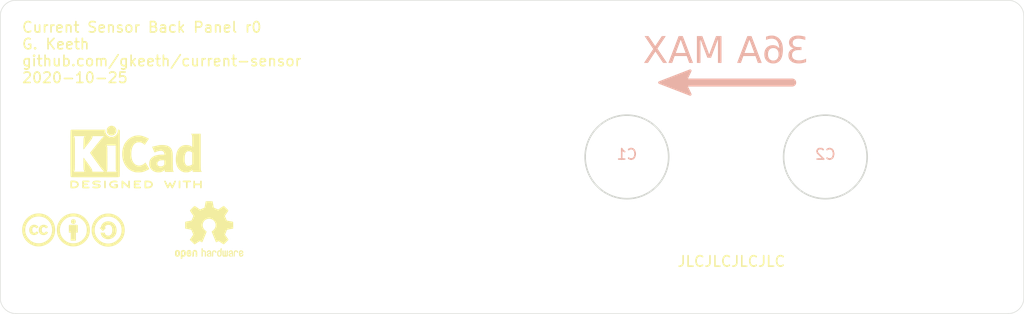
<source format=kicad_pcb>
(kicad_pcb (version 20171130) (host pcbnew 5.1.7)
  (title_block (title "current-sensor backpanel") (date 2020-10-25) (rev 0) (company "G. Keeth"))
  (layers (0 F.Cu signal) (31 B.Cu signal) (34 B.Paste user) (35 F.Paste user) (36 B.SilkS user) (37 F.SilkS user) (38 B.Mask user) (39 F.Mask user) (44 Edge.Cuts user))
  (net 0 "")
  (module current-sensor:backpanel (layer B.Cu) (at 179 135 180)
    (fp_text reference C3 hide)
    (fp_text value "Front Panel Label" hide)
  )
  (module Panel_Cutouts:Panel_BindingPost_CalTest_CT2232-x (layer B.Cu) (at 179 135)
    (fp_text reference C2 (at 0 -0.25) (layer B.SilkS) (effects (justify mirror)))
    (fp_text value CalTest_CT2232-4)
    (fp_circle (center 0 0) (end 4 0) (layer Edge.Cuts) (width 0.15))
  )
  (module Panel_Cutouts:Panel_BindingPost_CalTest_CT2232-x (layer B.Cu) (at 160 135)
    (fp_text reference C1 (at 0 -0.25) (layer B.SilkS) (effects (justify mirror)))
    (fp_text value CalTest_CT2232-4)
    (fp_circle (center 0 0) (end 4 0) (layer Edge.Cuts) (width 0.15))
  )
  (module Symbol:OSHW-Logo2_7.3x6mm_SilkScreen (layer F.Cu) (at 120 142)
    (fp_text reference LOGO3 hide)
    (fp_text value Logo_Open_Hardware_Small hide)
  )
  (module Symbol:KiCad-Logo2_6mm_SilkScreen (layer F.Cu) (at 113 135)
    (fp_text reference LOGO2 hide)
    (fp_text value Logo_MadeWithKiCad hide)
  )
  (module Symbol_CreativeCommons:CC-BY-SA_SilkScreenTop_Small (layer F.Cu) (at 107 142)
    (fp_text reference LOGO1 hide)
    (fp_text value CC-BY-SA_0.5in hide)
  )
  (gr_text JLCJLCJLCJLC (at 170 145) (layer F.SilkS) (effects (font (size 1 1))))
  (gr_text "Current Sensor Back Panel r0\nG. Keeth\ngithub.com/gkeeth/current-sensor\n2020-10-25" (at 102 125) (layer F.SilkS) (effects (font (size 1 1)) (justify left)))
  (gr_arc (start 101.5 148.5) (end 100 148.5) (angle -90) (layer Edge.Cuts) (width 0.05))
  (gr_line (start 100 148.5) (end 100 121.5) (angle 90) (layer Edge.Cuts) (width 0.05))
  (gr_arc (start 101.5 121.5) (end 101.5 120) (angle -90) (layer Edge.Cuts) (width 0.05))
  (gr_line (start 101.5 120) (end 196.5 120) (angle 90) (layer Edge.Cuts) (width 0.05))
  (gr_arc (start 196.5 121.5) (end 198 121.5) (angle -90) (layer Edge.Cuts) (width 0.05))
  (gr_line (start 198 121.5) (end 198 148.5) (angle 90) (layer Edge.Cuts) (width 0.05))
  (gr_arc (start 196.5 148.5) (end 196.5 150) (angle -90) (layer Edge.Cuts) (width 0.05))
  (gr_line (start 101.5 150) (end 196.5 150) (angle 90) (layer Edge.Cuts) (width 0.05))
)
</source>
